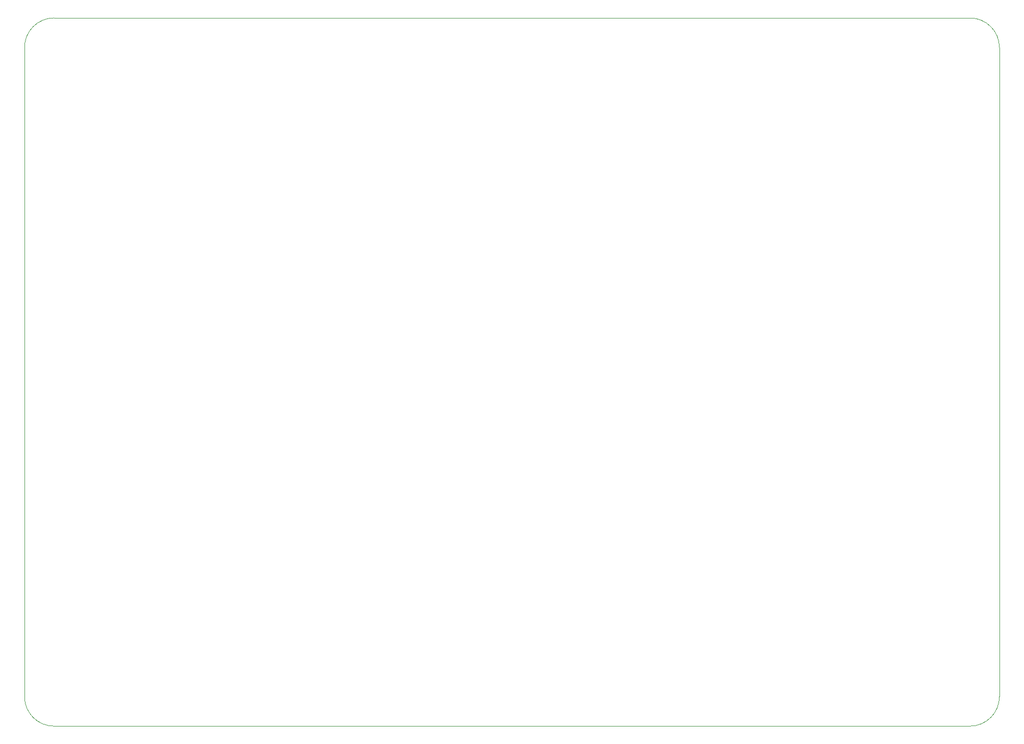
<source format=gm1>
%TF.GenerationSoftware,KiCad,Pcbnew,9.0.4*%
%TF.CreationDate,2026-02-17T14:13:00+01:00*%
%TF.ProjectId,TEST_PCB,54455354-5f50-4434-922e-6b696361645f,rev?*%
%TF.SameCoordinates,Original*%
%TF.FileFunction,Profile,NP*%
%FSLAX46Y46*%
G04 Gerber Fmt 4.6, Leading zero omitted, Abs format (unit mm)*
G04 Created by KiCad (PCBNEW 9.0.4) date 2026-02-17 14:13:00*
%MOMM*%
%LPD*%
G01*
G04 APERTURE LIST*
%TA.AperFunction,Profile*%
%ADD10C,0.050000*%
%TD*%
G04 APERTURE END LIST*
D10*
X207600000Y-36800000D02*
G75*
G02*
X212600000Y-41800000I0J-5000000D01*
G01*
X47600000Y-41800000D02*
G75*
G02*
X52600000Y-36800000I5000000J0D01*
G01*
X212600000Y-151800000D02*
G75*
G02*
X207600000Y-156800000I-5000000J0D01*
G01*
X52600000Y-156800000D02*
G75*
G02*
X47600000Y-151800000I0J5000000D01*
G01*
X52600000Y-36800000D02*
X207600000Y-36800000D01*
X212600000Y-41800000D02*
X212600000Y-151800000D01*
X47600000Y-151800000D02*
X47600000Y-41800000D01*
X207600000Y-156800000D02*
X52600000Y-156800000D01*
M02*

</source>
